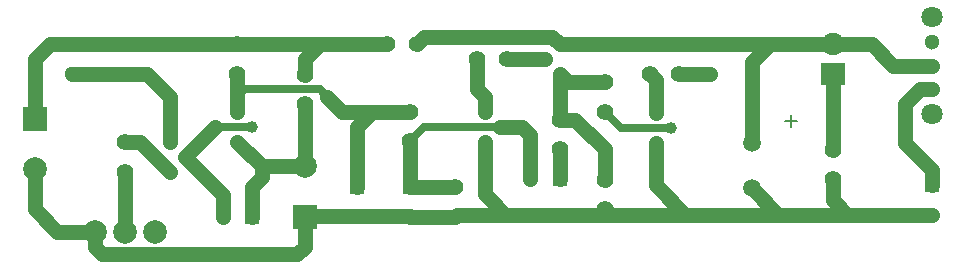
<source format=gtl>
G04 #@! TF.FileFunction,Copper,L1,Top,Signal*
%FSLAX46Y46*%
G04 Gerber Fmt 4.6, Leading zero omitted, Abs format (unit mm)*
G04 Created by KiCad (PCBNEW (2015-08-16 BZR 6097, Git b384c94)-product) date 11/15/2015 1:40:49 AM*
%MOMM*%
G01*
G04 APERTURE LIST*
%ADD10C,0.100000*%
%ADD11C,0.150000*%
%ADD12R,1.300000X1.300000*%
%ADD13C,1.300000*%
%ADD14R,2.000000X1.900000*%
%ADD15C,1.900000*%
%ADD16C,1.400000*%
%ADD17C,1.998980*%
%ADD18C,1.800000*%
%ADD19C,1.000760*%
%ADD20C,2.000000*%
%ADD21R,2.000000X2.000000*%
%ADD22C,1.501140*%
%ADD23C,1.270000*%
%ADD24C,0.635000*%
G04 APERTURE END LIST*
D10*
D11*
X158496000Y-81407000D02*
X157480000Y-81407000D01*
X157988000Y-80899000D02*
X157988000Y-81915000D01*
D12*
X169926000Y-86868000D03*
D13*
X169926000Y-89368000D03*
D12*
X101600000Y-74930000D03*
D13*
X101600000Y-77430000D03*
D12*
X121285000Y-86995000D03*
D13*
X121285000Y-89495000D03*
D12*
X125730000Y-86995000D03*
D13*
X125730000Y-89495000D03*
D12*
X138430000Y-86360000D03*
D13*
X135930000Y-86360000D03*
D14*
X161544000Y-77470000D03*
D15*
X161544000Y-74930000D03*
D12*
X97155000Y-74930000D03*
D13*
X97155000Y-77430000D03*
D12*
X112395000Y-89535000D03*
D13*
X109895000Y-89535000D03*
D16*
X111125000Y-77429360D03*
X111125000Y-74930000D03*
X116840000Y-77510640D03*
X116840000Y-80010000D03*
X125730000Y-83144360D03*
X125730000Y-80645000D03*
X126324360Y-74930000D03*
X123825000Y-74930000D03*
X129540000Y-87035640D03*
X129540000Y-89535000D03*
X133944360Y-76200000D03*
X131445000Y-76200000D03*
X138430000Y-81320640D03*
X138430000Y-83820000D03*
X142240000Y-86400640D03*
X142240000Y-88900000D03*
X142240000Y-78145640D03*
X142240000Y-80645000D03*
X161544000Y-83860640D03*
X161544000Y-86360000D03*
X101600000Y-83225640D03*
X101600000Y-85725000D03*
D17*
X101600000Y-90805000D03*
X99060000Y-90805000D03*
X104140000Y-90805000D03*
D12*
X151130000Y-74930000D03*
D13*
X151130000Y-77430000D03*
X169926000Y-78744000D03*
X169926000Y-74744000D03*
D18*
X169926000Y-80844000D03*
X169926000Y-72644000D03*
D13*
X169926000Y-76744000D03*
D19*
X106680000Y-84455000D03*
X105410000Y-85725000D03*
X105410000Y-83185000D03*
X112395000Y-81915000D03*
X111125000Y-83185000D03*
X111125000Y-80645000D03*
X133350000Y-81915000D03*
X132080000Y-83185000D03*
X132080000Y-80645000D03*
X137160000Y-76200000D03*
X138430000Y-74930000D03*
X138430000Y-77470000D03*
X147828000Y-82042000D03*
X146558000Y-83312000D03*
X146558000Y-80772000D03*
D20*
X93980000Y-85530000D03*
D21*
X93980000Y-81280000D03*
D20*
X116840000Y-85285000D03*
D21*
X116840000Y-89535000D03*
D22*
X154686000Y-87122000D03*
X154686000Y-83312000D03*
D16*
X148549360Y-77470000D03*
X146050000Y-77470000D03*
D23*
X169926000Y-86868000D02*
X169926000Y-85598000D01*
X168906000Y-78744000D02*
X169926000Y-78744000D01*
X167640000Y-80010000D02*
X168906000Y-78744000D01*
X167640000Y-83312000D02*
X167640000Y-80010000D01*
X169926000Y-85598000D02*
X167640000Y-83312000D01*
X99060000Y-90805000D02*
X99060000Y-92075000D01*
X116840000Y-92075000D02*
X116840000Y-89535000D01*
X116205000Y-92710000D02*
X116840000Y-92075000D01*
X99695000Y-92710000D02*
X116205000Y-92710000D01*
X99060000Y-92075000D02*
X99695000Y-92710000D01*
X93980000Y-85530000D02*
X93980000Y-88900000D01*
X95885000Y-90805000D02*
X99060000Y-90805000D01*
X93980000Y-88900000D02*
X95885000Y-90805000D01*
X121285000Y-89495000D02*
X116880000Y-89495000D01*
X116880000Y-89495000D02*
X116840000Y-89535000D01*
X125730000Y-89495000D02*
X121285000Y-89495000D01*
X129540000Y-89535000D02*
X125770000Y-89535000D01*
X125770000Y-89535000D02*
X125730000Y-89495000D01*
X133985000Y-89368000D02*
X129707000Y-89368000D01*
X129707000Y-89368000D02*
X129540000Y-89535000D01*
X142875000Y-89368000D02*
X133985000Y-89368000D01*
X133985000Y-89368000D02*
X133818000Y-89368000D01*
X132080000Y-87630000D02*
X132080000Y-83185000D01*
X133818000Y-89368000D02*
X132080000Y-87630000D01*
X149058000Y-89368000D02*
X142875000Y-89368000D01*
X142875000Y-89368000D02*
X142708000Y-89368000D01*
X142708000Y-89368000D02*
X142240000Y-88900000D01*
X157480000Y-89368000D02*
X149058000Y-89368000D01*
X146558000Y-86868000D02*
X146558000Y-83312000D01*
X149058000Y-89368000D02*
X146558000Y-86868000D01*
X162774000Y-89368000D02*
X157480000Y-89368000D01*
X157480000Y-89368000D02*
X156932000Y-89368000D01*
X156932000Y-89368000D02*
X154686000Y-87122000D01*
X169926000Y-89368000D02*
X162774000Y-89368000D01*
X161544000Y-88138000D02*
X161544000Y-86360000D01*
X162774000Y-89368000D02*
X161544000Y-88138000D01*
X97155000Y-74930000D02*
X95250000Y-74930000D01*
X93980000Y-76200000D02*
X93980000Y-81280000D01*
X95250000Y-74930000D02*
X93980000Y-76200000D01*
X101600000Y-74930000D02*
X97155000Y-74930000D01*
X111125000Y-74930000D02*
X101600000Y-74930000D01*
X118745000Y-74930000D02*
X111125000Y-74930000D01*
X123825000Y-74930000D02*
X118745000Y-74930000D01*
X118745000Y-74930000D02*
X118110000Y-74930000D01*
X116840000Y-76200000D02*
X116840000Y-77510640D01*
X118110000Y-74930000D02*
X116840000Y-76200000D01*
X105410000Y-83185000D02*
X105410000Y-79375000D01*
X103465000Y-77430000D02*
X101600000Y-77430000D01*
X105410000Y-79375000D02*
X103465000Y-77430000D01*
X97155000Y-77430000D02*
X101600000Y-77430000D01*
X111125000Y-77429360D02*
X111125000Y-80645000D01*
X122555000Y-80645000D02*
X120015000Y-80645000D01*
D24*
X111125000Y-79375000D02*
X111125000Y-80645000D01*
X111760000Y-78740000D02*
X111125000Y-79375000D01*
X118110000Y-78740000D02*
X111760000Y-78740000D01*
X118745000Y-79375000D02*
X118110000Y-78740000D01*
D23*
X120015000Y-80645000D02*
X118745000Y-79375000D01*
X125730000Y-80645000D02*
X122555000Y-80645000D01*
X121285000Y-81915000D02*
X121285000Y-86995000D01*
X122555000Y-80645000D02*
X121285000Y-81915000D01*
D24*
X133350000Y-81915000D02*
X126959360Y-81915000D01*
X126959360Y-81915000D02*
X125730000Y-83144360D01*
D23*
X125730000Y-86995000D02*
X125730000Y-83144360D01*
X129540000Y-87035640D02*
X125770640Y-87035640D01*
X125770640Y-87035640D02*
X125730000Y-86995000D01*
X135930000Y-86360000D02*
X135930000Y-82590000D01*
X135255000Y-81915000D02*
X133350000Y-81915000D01*
X135930000Y-82590000D02*
X135255000Y-81915000D01*
X138430000Y-74930000D02*
X137795000Y-74295000D01*
X126959360Y-74295000D02*
X126324360Y-74930000D01*
X137795000Y-74295000D02*
X126959360Y-74295000D01*
X151130000Y-74930000D02*
X138430000Y-74930000D01*
X156210000Y-74930000D02*
X151130000Y-74930000D01*
X161544000Y-74930000D02*
X156210000Y-74930000D01*
X154686000Y-76454000D02*
X154686000Y-83312000D01*
X156210000Y-74930000D02*
X154686000Y-76454000D01*
X169926000Y-76744000D02*
X166660000Y-76744000D01*
X164846000Y-74930000D02*
X161544000Y-74930000D01*
X166660000Y-76744000D02*
X164846000Y-74930000D01*
X138430000Y-83820000D02*
X138430000Y-86360000D01*
X113225000Y-85285000D02*
X113225000Y-86165000D01*
X112395000Y-86995000D02*
X112395000Y-89535000D01*
X113225000Y-86165000D02*
X112395000Y-86995000D01*
X116840000Y-85285000D02*
X113225000Y-85285000D01*
X113225000Y-85285000D02*
X111125000Y-83185000D01*
X116840000Y-80010000D02*
X116840000Y-85285000D01*
X161544000Y-77470000D02*
X161544000Y-83860640D01*
X106680000Y-84455000D02*
X107950000Y-83185000D01*
D24*
X109220000Y-81915000D02*
X112395000Y-81915000D01*
D23*
X107950000Y-83185000D02*
X109220000Y-81915000D01*
X109895000Y-89535000D02*
X109895000Y-87670000D01*
X109895000Y-87670000D02*
X106680000Y-84455000D01*
X105410000Y-85725000D02*
X102870000Y-83185000D01*
X102870000Y-83185000D02*
X101640640Y-83185000D01*
X101640640Y-83185000D02*
X101600000Y-83225640D01*
X131445000Y-76200000D02*
X131445000Y-78740000D01*
X132080000Y-79375000D02*
X132080000Y-80645000D01*
X131445000Y-78740000D02*
X132080000Y-79375000D01*
X137160000Y-76200000D02*
X133944360Y-76200000D01*
X142240000Y-86400640D02*
X142240000Y-83820000D01*
X139740640Y-81320640D02*
X138430000Y-81320640D01*
X142240000Y-83820000D02*
X139740640Y-81320640D01*
X138430000Y-77470000D02*
X138430000Y-81320640D01*
X142240000Y-78145640D02*
X139105640Y-78145640D01*
X139105640Y-78145640D02*
X138430000Y-77470000D01*
D24*
X147828000Y-82042000D02*
X143637000Y-82042000D01*
X143637000Y-82042000D02*
X142240000Y-80645000D01*
D23*
X146558000Y-80772000D02*
X146558000Y-77978000D01*
X146558000Y-77978000D02*
X146050000Y-77470000D01*
X101600000Y-90805000D02*
X101600000Y-85725000D01*
X148549360Y-77470000D02*
X151090000Y-77470000D01*
X151090000Y-77470000D02*
X151130000Y-77430000D01*
M02*

</source>
